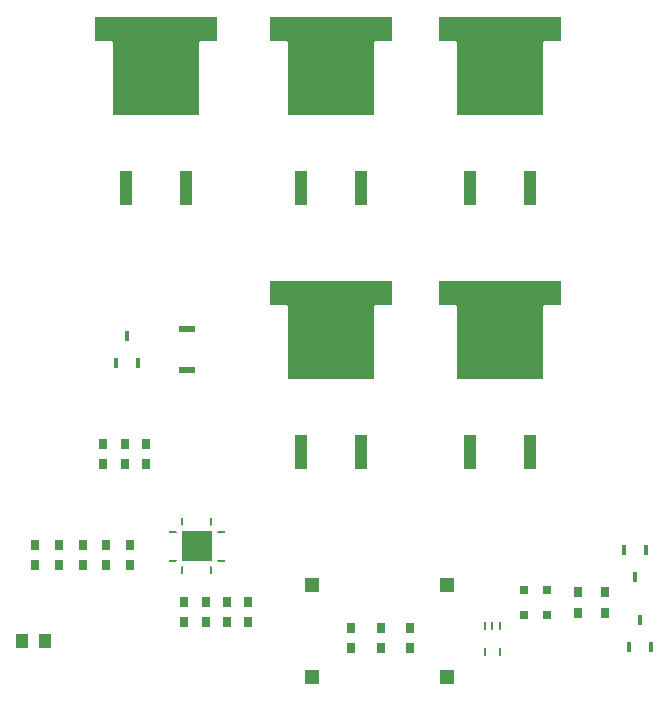
<source format=gbr>
G04 DipTrace 3.2.0.1*
G04 TopPaste.gbr*
%MOIN*%
G04 #@! TF.FileFunction,Paste,Top*
G04 #@! TF.Part,Single*
%AMOUTLINE2*
4,1,16,
0.204724,0.081693,
0.147638,0.081693,
0.146131,0.081393,
0.144854,0.08054,
0.144,0.079263,
0.143701,0.077756,
0.143701,-0.162402,
-0.143701,-0.162402,
-0.143701,0.077756,
-0.144,0.079263,
-0.144854,0.08054,
-0.146131,0.081393,
-0.147638,0.081693,
-0.204724,0.081693,
-0.204724,0.162402,
0.204724,0.162402,
0.204724,0.081693,
0*%
%AMOUTLINE5*
4,1,5,
-0.001969,-0.012795,
-0.001969,0.012795,
0.000338,0.012795,
0.001969,0.011165,
0.001969,-0.012795,
-0.001969,-0.012795,
0*%
%AMOUTLINE8*
4,1,5,
0.001969,-0.012795,
0.001969,0.012795,
-0.001969,0.012795,
-0.001969,-0.011165,
-0.000338,-0.012795,
0.001969,-0.012795,
0*%
%AMOUTLINE11*
4,1,5,
-0.012795,-0.001969,
0.012795,-0.001969,
0.012795,0.000338,
0.011165,0.001969,
-0.012795,0.001969,
-0.012795,-0.001969,
0*%
%AMOUTLINE14*
4,1,5,
0.012795,0.001969,
-0.012795,0.001969,
-0.012795,-0.000338,
-0.011165,-0.001969,
0.012795,-0.001969,
0.012795,0.001969,
0*%
%AMOUTLINE17*
4,1,5,
0.001969,0.012795,
0.001969,-0.012795,
-0.001969,-0.012795,
-0.001969,0.011165,
-0.000338,0.012795,
0.001969,0.012795,
0*%
%AMOUTLINE20*
4,1,5,
-0.001969,-0.012795,
-0.001969,0.012795,
0.001969,0.012795,
0.001969,-0.011165,
0.000338,-0.012795,
-0.001969,-0.012795,
0*%
%AMOUTLINE23*
4,1,5,
-0.012795,0.001969,
0.012795,0.001969,
0.012795,-0.000338,
0.011165,-0.001969,
-0.012795,-0.001969,
-0.012795,0.001969,
0*%
%AMOUTLINE26*
4,1,5,
0.012795,-0.001969,
-0.012795,-0.001969,
-0.012795,0.000338,
-0.011165,0.001969,
0.012795,0.001969,
0.012795,-0.001969,
0*%
%ADD50R,0.031496X0.027559*%
%ADD52R,0.007874X0.027559*%
%ADD54R,0.102362X0.102362*%
%ADD56R,0.003937X0.025591*%
%ADD58R,0.025591X0.003937*%
%ADD60R,0.043307X0.114173*%
%ADD62R,0.017717X0.033465*%
%ADD72R,0.043307X0.051181*%
%ADD74R,0.055118X0.023622*%
%ADD78R,0.031496X0.035433*%
%ADD80R,0.051181X0.051181*%
%ADD88OUTLINE2*%
%ADD91OUTLINE5*%
%ADD94OUTLINE8*%
%ADD97OUTLINE11*%
%ADD100OUTLINE14*%
%ADD103OUTLINE17*%
%ADD106OUTLINE20*%
%ADD109OUTLINE23*%
%ADD112OUTLINE26*%
%FSLAX26Y26*%
G04*
G70*
G90*
G75*
G01*
G04 TopPaste*
%LPD*%
D78*
X1212598Y905512D3*
Y838583D3*
X1199950Y1174951D3*
Y1241881D3*
X1543701Y716535D3*
Y649606D3*
X1291339Y838583D3*
Y905512D3*
X1472441Y649606D3*
Y716535D3*
X2783789Y681360D3*
Y748289D3*
D74*
X1481201Y1624950D3*
Y1491092D3*
D72*
X1007874Y586614D3*
X933071D3*
D62*
X1243701Y1512451D3*
X1318504D3*
X1281102Y1603003D3*
D60*
X1279528Y2098031D3*
X1479528D3*
D88*
X1379528Y2504528D3*
D60*
X2425197Y2098031D3*
X2625197D3*
D88*
X2525197Y2504528D3*
D60*
X1862205Y2098031D3*
X2062205D3*
D88*
X1962205Y2504528D3*
D60*
X2425197Y1216142D3*
X2625197D3*
D88*
X2525197Y1622638D3*
D60*
X1862205Y1216142D3*
X2062205D3*
D88*
X1962205Y1622638D3*
D62*
X2953906Y566929D3*
X3028709D3*
X2991307Y657480D3*
X3011811Y889764D3*
X2937008D3*
X2974409Y799213D3*
D78*
X1343701Y1174951D3*
Y1241881D3*
X1274950Y1174951D3*
Y1241881D3*
X976378Y838583D3*
Y905512D3*
X1055118Y838583D3*
Y905512D3*
X1133858Y838583D3*
Y905512D3*
X1614961Y716535D3*
Y649606D3*
X1686220Y716535D3*
Y649606D3*
X2874307Y748289D3*
Y681360D3*
X2029528Y628937D3*
Y562008D3*
X2127143Y628937D3*
Y562008D3*
X2224759Y628937D3*
Y562008D3*
D80*
X1899793Y774911D3*
Y467824D3*
X2349745Y774911D3*
Y467824D3*
D91*
X1562992Y822835D3*
D58*
X1433858Y931890D3*
Y912205D3*
Y892520D3*
Y872835D3*
D56*
X1484252Y822835D3*
X1503937D3*
X1523622D3*
X1543307D3*
D58*
X1593701Y872835D3*
Y892520D3*
Y912205D3*
Y931890D3*
D56*
X1543307Y981890D3*
X1523622D3*
X1503937D3*
X1484252D3*
D54*
X1513780Y902362D3*
D94*
X1464567Y981890D3*
D97*
X1433858Y951575D3*
D100*
X1593701Y853150D3*
D103*
X1464567Y822835D3*
D106*
X1562992Y981890D3*
D109*
X1433858Y853150D3*
D112*
X1593701Y951575D3*
D52*
X2524727Y637425D3*
X2499136D3*
X2473546D3*
Y550811D3*
X2524727D3*
D50*
X2605969Y756163D3*
Y673486D3*
X2680772Y756163D3*
Y673486D3*
M02*

</source>
